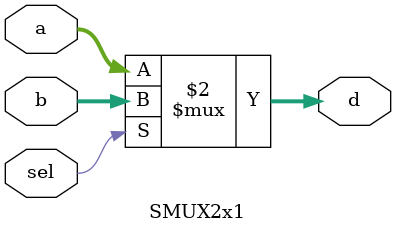
<source format=v>
`timescale 1ns / 1ps


module SMUX2x1#(parameter DATAWIDTH = 8)(a,b,sel,d);

    input signed[DATAWIDTH-1:0]a;
    input signed[DATAWIDTH-1:0]b;
    input sel;
    output reg signed[DATAWIDTH-1:0]d;
    
    always @(*)begin
        d = sel ? b : a;
    end
endmodule

</source>
